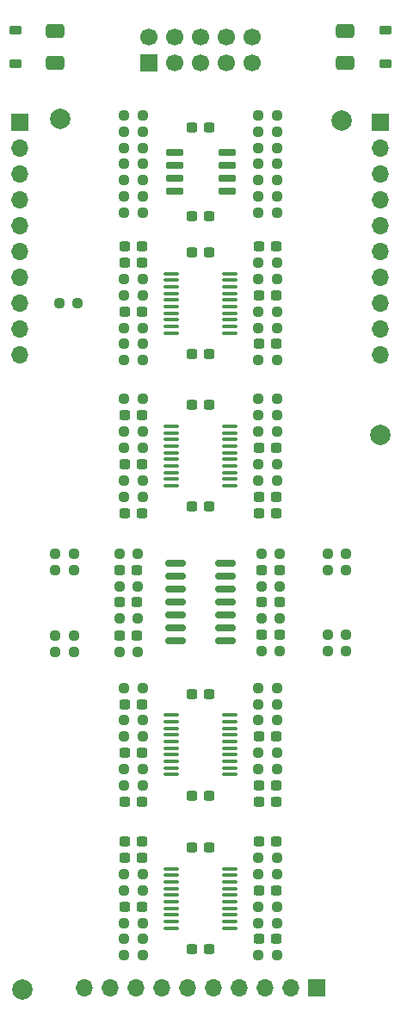
<source format=gbr>
%TF.GenerationSoftware,KiCad,Pcbnew,7.0.6*%
%TF.CreationDate,2023-07-27T10:13:18+01:00*%
%TF.ProjectId,Hypersoniq_Components,48797065-7273-46f6-9e69-715f436f6d70,rev?*%
%TF.SameCoordinates,Original*%
%TF.FileFunction,Soldermask,Top*%
%TF.FilePolarity,Negative*%
%FSLAX46Y46*%
G04 Gerber Fmt 4.6, Leading zero omitted, Abs format (unit mm)*
G04 Created by KiCad (PCBNEW 7.0.6) date 2023-07-27 10:13:18*
%MOMM*%
%LPD*%
G01*
G04 APERTURE LIST*
G04 Aperture macros list*
%AMRoundRect*
0 Rectangle with rounded corners*
0 $1 Rounding radius*
0 $2 $3 $4 $5 $6 $7 $8 $9 X,Y pos of 4 corners*
0 Add a 4 corners polygon primitive as box body*
4,1,4,$2,$3,$4,$5,$6,$7,$8,$9,$2,$3,0*
0 Add four circle primitives for the rounded corners*
1,1,$1+$1,$2,$3*
1,1,$1+$1,$4,$5*
1,1,$1+$1,$6,$7*
1,1,$1+$1,$8,$9*
0 Add four rect primitives between the rounded corners*
20,1,$1+$1,$2,$3,$4,$5,0*
20,1,$1+$1,$4,$5,$6,$7,0*
20,1,$1+$1,$6,$7,$8,$9,0*
20,1,$1+$1,$8,$9,$2,$3,0*%
G04 Aperture macros list end*
%ADD10RoundRect,0.237500X0.300000X0.237500X-0.300000X0.237500X-0.300000X-0.237500X0.300000X-0.237500X0*%
%ADD11RoundRect,0.237500X-0.250000X-0.237500X0.250000X-0.237500X0.250000X0.237500X-0.250000X0.237500X0*%
%ADD12RoundRect,0.237500X0.250000X0.237500X-0.250000X0.237500X-0.250000X-0.237500X0.250000X-0.237500X0*%
%ADD13RoundRect,0.100000X-0.637500X-0.100000X0.637500X-0.100000X0.637500X0.100000X-0.637500X0.100000X0*%
%ADD14RoundRect,0.225000X0.375000X-0.225000X0.375000X0.225000X-0.375000X0.225000X-0.375000X-0.225000X0*%
%ADD15RoundRect,0.100000X0.637500X0.100000X-0.637500X0.100000X-0.637500X-0.100000X0.637500X-0.100000X0*%
%ADD16RoundRect,0.237500X-0.300000X-0.237500X0.300000X-0.237500X0.300000X0.237500X-0.300000X0.237500X0*%
%ADD17R,1.700000X1.700000*%
%ADD18C,1.700000*%
%ADD19RoundRect,0.250000X0.650000X-0.412500X0.650000X0.412500X-0.650000X0.412500X-0.650000X-0.412500X0*%
%ADD20C,2.000000*%
%ADD21RoundRect,0.150000X-0.825000X-0.150000X0.825000X-0.150000X0.825000X0.150000X-0.825000X0.150000X0*%
%ADD22RoundRect,0.225000X-0.375000X0.225000X-0.375000X-0.225000X0.375000X-0.225000X0.375000X0.225000X0*%
%ADD23RoundRect,0.150000X0.725000X0.150000X-0.725000X0.150000X-0.725000X-0.150000X0.725000X-0.150000X0*%
%ADD24O,1.700000X1.700000*%
G04 APERTURE END LIST*
D10*
%TO.C,C11*%
X71062500Y-85600000D03*
X69337500Y-85600000D03*
%TD*%
D11*
%TO.C,R1*%
X56287500Y-80600000D03*
X58112500Y-80600000D03*
%TD*%
D12*
%TO.C,R51*%
X64512500Y-136700000D03*
X62687500Y-136700000D03*
%TD*%
D13*
%TO.C,U2*%
X67337500Y-77675000D03*
X67337500Y-78325000D03*
X67337500Y-78975000D03*
X67337500Y-79625000D03*
X67337500Y-80275000D03*
X67337500Y-80925000D03*
X67337500Y-81575000D03*
X67337500Y-82225000D03*
X67337500Y-82875000D03*
X67337500Y-83525000D03*
X73062500Y-83525000D03*
X73062500Y-82875000D03*
X73062500Y-82225000D03*
X73062500Y-81575000D03*
X73062500Y-80925000D03*
X73062500Y-80275000D03*
X73062500Y-79625000D03*
X73062500Y-78975000D03*
X73062500Y-78325000D03*
X73062500Y-77675000D03*
%TD*%
D14*
%TO.C,D1*%
X88400000Y-57050000D03*
X88400000Y-53750000D03*
%TD*%
D15*
%TO.C,U3*%
X73062500Y-98525000D03*
X73062500Y-97875000D03*
X73062500Y-97225000D03*
X73062500Y-96575000D03*
X73062500Y-95925000D03*
X73062500Y-95275000D03*
X73062500Y-94625000D03*
X73062500Y-93975000D03*
X73062500Y-93325000D03*
X73062500Y-92675000D03*
X67337500Y-92675000D03*
X67337500Y-93325000D03*
X67337500Y-93975000D03*
X67337500Y-94625000D03*
X67337500Y-95275000D03*
X67337500Y-95925000D03*
X67337500Y-96575000D03*
X67337500Y-97225000D03*
X67337500Y-97875000D03*
X67337500Y-98525000D03*
%TD*%
D12*
%TO.C,R38*%
X64512500Y-126400000D03*
X62687500Y-126400000D03*
%TD*%
%TO.C,R67*%
X64512500Y-65300000D03*
X62687500Y-65300000D03*
%TD*%
D16*
%TO.C,C7*%
X62737500Y-81400000D03*
X64462500Y-81400000D03*
%TD*%
D12*
%TO.C,R64*%
X77712500Y-70100000D03*
X75887500Y-70100000D03*
%TD*%
%TO.C,R60*%
X77712500Y-66900000D03*
X75887500Y-66900000D03*
%TD*%
D17*
%TO.C,J4*%
X65100000Y-57000000D03*
D18*
X65100000Y-54460000D03*
X67640000Y-57000000D03*
X67640000Y-54460000D03*
X70180000Y-57000000D03*
X70180000Y-54460000D03*
X72720000Y-57000000D03*
X72720000Y-54460000D03*
X75260000Y-57000000D03*
X75260000Y-54460000D03*
%TD*%
D10*
%TO.C,C6*%
X77662500Y-84600000D03*
X75937500Y-84600000D03*
%TD*%
D16*
%TO.C,C4*%
X76237500Y-110000000D03*
X77962500Y-110000000D03*
%TD*%
D10*
%TO.C,C25*%
X77662500Y-123200000D03*
X75937500Y-123200000D03*
%TD*%
D16*
%TO.C,C34*%
X62737500Y-139900000D03*
X64462500Y-139900000D03*
%TD*%
D12*
%TO.C,R35*%
X64512500Y-121600000D03*
X62687500Y-121600000D03*
%TD*%
D11*
%TO.C,R12*%
X75887500Y-86200000D03*
X77712500Y-86200000D03*
%TD*%
D12*
%TO.C,R57*%
X57712500Y-113300000D03*
X55887500Y-113300000D03*
%TD*%
D11*
%TO.C,R6*%
X75887500Y-76600000D03*
X77712500Y-76600000D03*
%TD*%
D10*
%TO.C,C17*%
X77662500Y-99600000D03*
X75937500Y-99600000D03*
%TD*%
%TO.C,C19*%
X64462500Y-96400000D03*
X62737500Y-96400000D03*
%TD*%
D16*
%TO.C,C8*%
X62737500Y-76600000D03*
X64462500Y-76600000D03*
%TD*%
D11*
%TO.C,R2*%
X75887500Y-62100000D03*
X77712500Y-62100000D03*
%TD*%
%TO.C,R31*%
X76187500Y-105200000D03*
X78012500Y-105200000D03*
%TD*%
%TO.C,R61*%
X75887500Y-63700000D03*
X77712500Y-63700000D03*
%TD*%
D12*
%TO.C,R5*%
X64512500Y-79800000D03*
X62687500Y-79800000D03*
%TD*%
%TO.C,R40*%
X64512500Y-118400000D03*
X62687500Y-118400000D03*
%TD*%
D10*
%TO.C,C39*%
X71062500Y-134100000D03*
X69337500Y-134100000D03*
%TD*%
D16*
%TO.C,C29*%
X69337500Y-119000000D03*
X71062500Y-119000000D03*
%TD*%
D12*
%TO.C,R47*%
X64512500Y-138300000D03*
X62687500Y-138300000D03*
%TD*%
D11*
%TO.C,R42*%
X82687500Y-114800000D03*
X84512500Y-114800000D03*
%TD*%
D16*
%TO.C,C24*%
X62737500Y-120000000D03*
X64462500Y-120000000D03*
%TD*%
%TO.C,C37*%
X75937500Y-138300000D03*
X77662500Y-138300000D03*
%TD*%
D10*
%TO.C,C27*%
X64462500Y-129600000D03*
X62737500Y-129600000D03*
%TD*%
D11*
%TO.C,R28*%
X82687500Y-105200000D03*
X84512500Y-105200000D03*
%TD*%
D16*
%TO.C,C15*%
X62737500Y-91600000D03*
X64462500Y-91600000D03*
%TD*%
D11*
%TO.C,R44*%
X76187500Y-111600000D03*
X78012500Y-111600000D03*
%TD*%
D12*
%TO.C,R20*%
X64512500Y-99600000D03*
X62687500Y-99600000D03*
%TD*%
D11*
%TO.C,R25*%
X62687500Y-94800000D03*
X64512500Y-94800000D03*
%TD*%
D10*
%TO.C,C31*%
X77962500Y-113200000D03*
X76237500Y-113200000D03*
%TD*%
D12*
%TO.C,R9*%
X64512500Y-78200000D03*
X62687500Y-78200000D03*
%TD*%
D19*
%TO.C,C2*%
X55900000Y-56962500D03*
X55900000Y-53837500D03*
%TD*%
D10*
%TO.C,C16*%
X77662500Y-94800000D03*
X75937500Y-94800000D03*
%TD*%
D12*
%TO.C,R13*%
X64512500Y-84600000D03*
X62687500Y-84600000D03*
%TD*%
D11*
%TO.C,R48*%
X75887500Y-135100000D03*
X77712500Y-135100000D03*
%TD*%
D12*
%TO.C,R16*%
X64012500Y-108400000D03*
X62187500Y-108400000D03*
%TD*%
D20*
%TO.C,TP2*%
X56400000Y-62500000D03*
%TD*%
D11*
%TO.C,R52*%
X75887500Y-136700000D03*
X77712500Y-136700000D03*
%TD*%
D12*
%TO.C,R21*%
X64512500Y-93200000D03*
X62687500Y-93200000D03*
%TD*%
D21*
%TO.C,U1*%
X67725000Y-106190000D03*
X67725000Y-107460000D03*
X67725000Y-108730000D03*
X67725000Y-110000000D03*
X67725000Y-111270000D03*
X67725000Y-112540000D03*
X67725000Y-113810000D03*
X72675000Y-113810000D03*
X72675000Y-112540000D03*
X72675000Y-111270000D03*
X72675000Y-110000000D03*
X72675000Y-108730000D03*
X72675000Y-107460000D03*
X72675000Y-106190000D03*
%TD*%
D12*
%TO.C,R34*%
X64512500Y-128000000D03*
X62687500Y-128000000D03*
%TD*%
D22*
%TO.C,D2*%
X52000000Y-53750000D03*
X52000000Y-57050000D03*
%TD*%
D12*
%TO.C,R11*%
X77712500Y-81400000D03*
X75887500Y-81400000D03*
%TD*%
%TO.C,R15*%
X57712500Y-106800000D03*
X55887500Y-106800000D03*
%TD*%
%TO.C,R24*%
X64512500Y-98000000D03*
X62687500Y-98000000D03*
%TD*%
%TO.C,R53*%
X77712500Y-139900000D03*
X75887500Y-139900000D03*
%TD*%
D16*
%TO.C,C14*%
X75937500Y-101200000D03*
X77662500Y-101200000D03*
%TD*%
%TO.C,C20*%
X69337500Y-90600000D03*
X71062500Y-90600000D03*
%TD*%
D10*
%TO.C,C42*%
X71062500Y-63300000D03*
X69337500Y-63300000D03*
%TD*%
D12*
%TO.C,R59*%
X64012500Y-114900000D03*
X62187500Y-114900000D03*
%TD*%
%TO.C,R36*%
X77712500Y-121600000D03*
X75887500Y-121600000D03*
%TD*%
D10*
%TO.C,C32*%
X64462500Y-133500000D03*
X62737500Y-133500000D03*
%TD*%
D12*
%TO.C,R46*%
X64512500Y-144700000D03*
X62687500Y-144700000D03*
%TD*%
D16*
%TO.C,C30*%
X69337500Y-129000000D03*
X71062500Y-129000000D03*
%TD*%
D11*
%TO.C,R50*%
X62687500Y-141500000D03*
X64512500Y-141500000D03*
%TD*%
D10*
%TO.C,C38*%
X71062500Y-144100000D03*
X69337500Y-144100000D03*
%TD*%
D16*
%TO.C,C36*%
X75937500Y-133500000D03*
X77662500Y-133500000D03*
%TD*%
D12*
%TO.C,R68*%
X64512500Y-66900000D03*
X62687500Y-66900000D03*
%TD*%
D11*
%TO.C,R10*%
X75887500Y-78200000D03*
X77712500Y-78200000D03*
%TD*%
D12*
%TO.C,R66*%
X64512500Y-63700000D03*
X62687500Y-63700000D03*
%TD*%
D11*
%TO.C,R54*%
X75887500Y-144700000D03*
X77712500Y-144700000D03*
%TD*%
D10*
%TO.C,C3*%
X63962500Y-110000000D03*
X62237500Y-110000000D03*
%TD*%
D11*
%TO.C,R32*%
X75887500Y-118400000D03*
X77712500Y-118400000D03*
%TD*%
D16*
%TO.C,C23*%
X75937500Y-129600000D03*
X77662500Y-129600000D03*
%TD*%
D12*
%TO.C,R22*%
X77712500Y-93200000D03*
X75887500Y-93200000D03*
%TD*%
D11*
%TO.C,R23*%
X75887500Y-98000000D03*
X77712500Y-98000000D03*
%TD*%
%TO.C,R41*%
X75887500Y-120000000D03*
X77712500Y-120000000D03*
%TD*%
D20*
%TO.C,TP4*%
X52650000Y-148050000D03*
%TD*%
D12*
%TO.C,R58*%
X64012500Y-111600000D03*
X62187500Y-111600000D03*
%TD*%
D11*
%TO.C,R3*%
X62687500Y-62100000D03*
X64512500Y-62100000D03*
%TD*%
%TO.C,R37*%
X75887500Y-126400000D03*
X77712500Y-126400000D03*
%TD*%
D10*
%TO.C,C28*%
X64462500Y-124800000D03*
X62737500Y-124800000D03*
%TD*%
D12*
%TO.C,R17*%
X64012500Y-105200000D03*
X62187500Y-105200000D03*
%TD*%
D11*
%TO.C,R27*%
X75887500Y-91600000D03*
X77712500Y-91600000D03*
%TD*%
D10*
%TO.C,C18*%
X64462500Y-101200000D03*
X62737500Y-101200000D03*
%TD*%
D11*
%TO.C,R39*%
X62687500Y-123200000D03*
X64512500Y-123200000D03*
%TD*%
D16*
%TO.C,C21*%
X69337500Y-100600000D03*
X71062500Y-100600000D03*
%TD*%
D11*
%TO.C,R29*%
X82687500Y-106800000D03*
X84512500Y-106800000D03*
%TD*%
D16*
%TO.C,C9*%
X75937500Y-75000000D03*
X77662500Y-75000000D03*
%TD*%
D12*
%TO.C,R4*%
X64512500Y-86200000D03*
X62687500Y-86200000D03*
%TD*%
%TO.C,R55*%
X64512500Y-143100000D03*
X62687500Y-143100000D03*
%TD*%
D10*
%TO.C,C12*%
X71062500Y-75600000D03*
X69337500Y-75600000D03*
%TD*%
D12*
%TO.C,R56*%
X57712500Y-114900000D03*
X55887500Y-114900000D03*
%TD*%
%TO.C,R71*%
X64512500Y-71700000D03*
X62687500Y-71700000D03*
%TD*%
D10*
%TO.C,C5*%
X64462500Y-75000000D03*
X62737500Y-75000000D03*
%TD*%
D12*
%TO.C,R69*%
X64512500Y-68500000D03*
X62687500Y-68500000D03*
%TD*%
%TO.C,R14*%
X57712500Y-105200000D03*
X55887500Y-105200000D03*
%TD*%
D11*
%TO.C,R19*%
X75887500Y-96400000D03*
X77712500Y-96400000D03*
%TD*%
D16*
%TO.C,C41*%
X69337500Y-72000000D03*
X71062500Y-72000000D03*
%TD*%
D12*
%TO.C,R26*%
X64512500Y-90000000D03*
X62687500Y-90000000D03*
%TD*%
D11*
%TO.C,R33*%
X75887500Y-124800000D03*
X77712500Y-124800000D03*
%TD*%
%TO.C,R30*%
X76187500Y-108400000D03*
X78012500Y-108400000D03*
%TD*%
%TO.C,R70*%
X62687500Y-70100000D03*
X64512500Y-70100000D03*
%TD*%
D16*
%TO.C,C40*%
X62237500Y-113300000D03*
X63962500Y-113300000D03*
%TD*%
D11*
%TO.C,R7*%
X75887500Y-83000000D03*
X77712500Y-83000000D03*
%TD*%
D20*
%TO.C,TP1*%
X84100000Y-62600000D03*
%TD*%
D23*
%TO.C,U6*%
X72775000Y-69605000D03*
X72775000Y-68335000D03*
X72775000Y-67065000D03*
X72775000Y-65795000D03*
X67625000Y-65795000D03*
X67625000Y-67065000D03*
X67625000Y-68335000D03*
X67625000Y-69605000D03*
%TD*%
D11*
%TO.C,R45*%
X76187500Y-114800000D03*
X78012500Y-114800000D03*
%TD*%
D10*
%TO.C,C22*%
X77962500Y-106800000D03*
X76237500Y-106800000D03*
%TD*%
D11*
%TO.C,R62*%
X75887500Y-68500000D03*
X77712500Y-68500000D03*
%TD*%
D16*
%TO.C,C35*%
X62737500Y-135100000D03*
X64462500Y-135100000D03*
%TD*%
D10*
%TO.C,C26*%
X77662500Y-128000000D03*
X75937500Y-128000000D03*
%TD*%
D11*
%TO.C,R63*%
X75887500Y-65300000D03*
X77712500Y-65300000D03*
%TD*%
%TO.C,R49*%
X75887500Y-141500000D03*
X77712500Y-141500000D03*
%TD*%
%TO.C,R8*%
X62687500Y-83000000D03*
X64512500Y-83000000D03*
%TD*%
D16*
%TO.C,C10*%
X75937500Y-79800000D03*
X77662500Y-79800000D03*
%TD*%
D19*
%TO.C,C1*%
X84400000Y-56962500D03*
X84400000Y-53837500D03*
%TD*%
D15*
%TO.C,U4*%
X73062500Y-126925000D03*
X73062500Y-126275000D03*
X73062500Y-125625000D03*
X73062500Y-124975000D03*
X73062500Y-124325000D03*
X73062500Y-123675000D03*
X73062500Y-123025000D03*
X73062500Y-122375000D03*
X73062500Y-121725000D03*
X73062500Y-121075000D03*
X67337500Y-121075000D03*
X67337500Y-121725000D03*
X67337500Y-122375000D03*
X67337500Y-123025000D03*
X67337500Y-123675000D03*
X67337500Y-124325000D03*
X67337500Y-124975000D03*
X67337500Y-125625000D03*
X67337500Y-126275000D03*
X67337500Y-126925000D03*
%TD*%
D10*
%TO.C,C33*%
X77662500Y-143100000D03*
X75937500Y-143100000D03*
%TD*%
D16*
%TO.C,C13*%
X62237500Y-106800000D03*
X63962500Y-106800000D03*
%TD*%
D11*
%TO.C,R65*%
X75887500Y-71700000D03*
X77712500Y-71700000D03*
%TD*%
%TO.C,R43*%
X82687500Y-113200000D03*
X84512500Y-113200000D03*
%TD*%
%TO.C,R18*%
X75887500Y-90000000D03*
X77712500Y-90000000D03*
%TD*%
D13*
%TO.C,U5*%
X67337500Y-136175000D03*
X67337500Y-136825000D03*
X67337500Y-137475000D03*
X67337500Y-138125000D03*
X67337500Y-138775000D03*
X67337500Y-139425000D03*
X67337500Y-140075000D03*
X67337500Y-140725000D03*
X67337500Y-141375000D03*
X67337500Y-142025000D03*
X73062500Y-142025000D03*
X73062500Y-141375000D03*
X73062500Y-140725000D03*
X73062500Y-140075000D03*
X73062500Y-139425000D03*
X73062500Y-138775000D03*
X73062500Y-138125000D03*
X73062500Y-137475000D03*
X73062500Y-136825000D03*
X73062500Y-136175000D03*
%TD*%
D20*
%TO.C,TP3*%
X87900000Y-93500000D03*
%TD*%
D17*
%TO.C,J3*%
X81650000Y-147900000D03*
D24*
X79110000Y-147900000D03*
X76570000Y-147900000D03*
X74030000Y-147900000D03*
X71490000Y-147900000D03*
X68950000Y-147900000D03*
X66410000Y-147900000D03*
X63870000Y-147900000D03*
X61330000Y-147900000D03*
X58790000Y-147900000D03*
%TD*%
D17*
%TO.C,J1*%
X52400000Y-62800000D03*
D24*
X52400000Y-65340000D03*
X52400000Y-67880000D03*
X52400000Y-70420000D03*
X52400000Y-72960000D03*
X52400000Y-75500000D03*
X52400000Y-78040000D03*
X52400000Y-80580000D03*
X52400000Y-83120000D03*
X52400000Y-85660000D03*
%TD*%
D17*
%TO.C,J2*%
X87900000Y-62800000D03*
D24*
X87900000Y-65340000D03*
X87900000Y-67880000D03*
X87900000Y-70420000D03*
X87900000Y-72960000D03*
X87900000Y-75500000D03*
X87900000Y-78040000D03*
X87900000Y-80580000D03*
X87900000Y-83120000D03*
X87900000Y-85660000D03*
%TD*%
M02*

</source>
